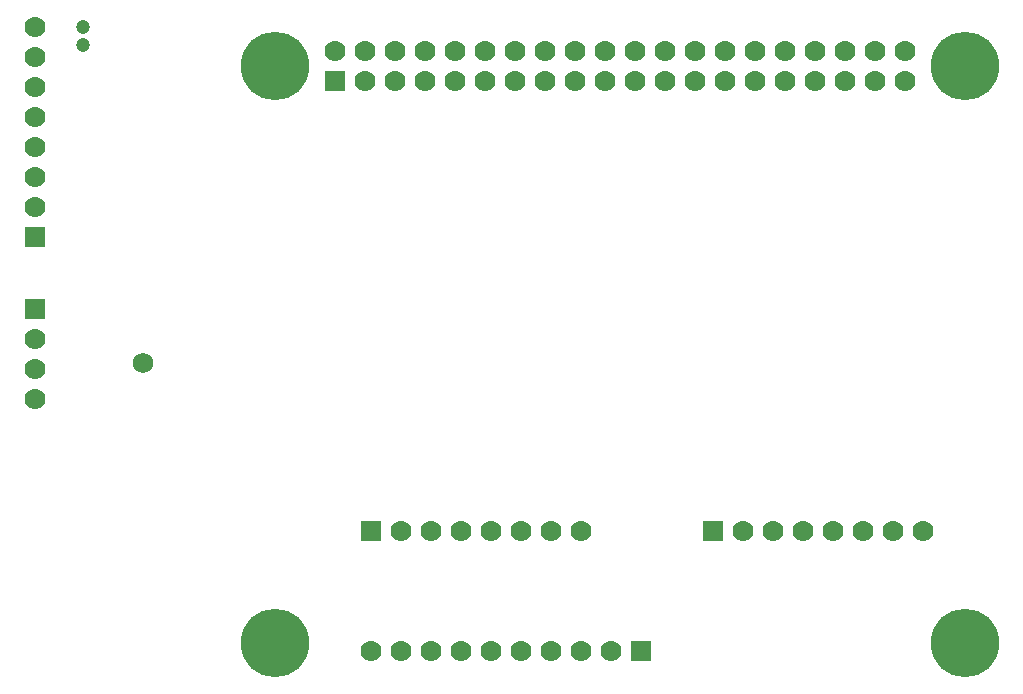
<source format=gbs>
G04 ---------------------------- Layer name :BOTTOM SOLDER LAYER*
G04 EasyEDA v5.8.20, Fri, 09 Nov 2018 02:12:10 GMT*
G04 afbeeaa0033d4c789317b0f66a149b2b*
G04 Gerber Generator version 0.2*
G04 Scale: 100 percent, Rotated: No, Reflected: No *
G04 Dimensions in inches *
G04 leading zeros omitted , absolute positions ,2 integer and 4 decimal *
%FSLAX24Y24*%
%MOIN*%
G90*
G70D02*

%ADD43R,0.070000X0.070000*%
%ADD44C,0.070000*%
%ADD50C,0.047370*%
%ADD55C,0.228000*%
%ADD56C,0.068000*%

%LPD*%
G54D43*
G01X11800Y20000D03*
G54D44*
G01X11800Y21000D03*
G01X12800Y20000D03*
G01X12800Y21000D03*
G01X13800Y20000D03*
G01X13800Y21000D03*
G01X14800Y20000D03*
G01X14800Y21000D03*
G01X15800Y20000D03*
G01X15800Y21000D03*
G01X16800Y20000D03*
G01X16800Y21000D03*
G01X17800Y20000D03*
G01X17800Y21000D03*
G01X18800Y20000D03*
G01X18800Y21000D03*
G01X19800Y20000D03*
G01X19800Y21000D03*
G01X20800Y20000D03*
G01X20800Y21000D03*
G01X21800Y20000D03*
G01X21800Y21000D03*
G01X22800Y20000D03*
G01X22800Y21000D03*
G01X23800Y20000D03*
G01X23800Y21000D03*
G01X24800Y20000D03*
G01X24800Y21000D03*
G01X25800Y20000D03*
G01X25800Y21000D03*
G01X26800Y20000D03*
G01X26800Y21000D03*
G01X27800Y20000D03*
G01X27800Y21000D03*
G01X28800Y20000D03*
G01X28800Y21000D03*
G01X29800Y20000D03*
G01X29800Y21000D03*
G01X30800Y20000D03*
G01X30800Y21000D03*
G54D50*
G01X3400Y21200D03*
G01X3400Y21790D03*
G54D43*
G01X1800Y12400D03*
G54D44*
G01X1800Y11400D03*
G01X1800Y10400D03*
G01X1800Y9400D03*
G54D43*
G01X1800Y14800D03*
G54D44*
G01X1800Y15800D03*
G01X1800Y16800D03*
G01X1800Y17800D03*
G01X1800Y18800D03*
G01X1800Y19800D03*
G01X1800Y20800D03*
G01X1800Y21800D03*
G01X13000Y1000D03*
G01X14000Y1000D03*
G01X15000Y1000D03*
G01X16000Y1000D03*
G01X17000Y1000D03*
G01X18000Y1000D03*
G01X19000Y1000D03*
G01X20000Y1000D03*
G01X21000Y1000D03*
G54D43*
G01X22000Y1000D03*
G01X24400Y5000D03*
G54D44*
G01X25400Y5000D03*
G01X26400Y5000D03*
G01X27400Y5000D03*
G01X28400Y5000D03*
G01X29400Y5000D03*
G01X30400Y5000D03*
G01X31400Y5000D03*
G54D43*
G01X13000Y5000D03*
G54D44*
G01X14000Y5000D03*
G01X15000Y5000D03*
G01X16000Y5000D03*
G01X17000Y5000D03*
G01X18000Y5000D03*
G01X19000Y5000D03*
G01X20000Y5000D03*
G54D55*
G01X9800Y20500D03*
G01X32800Y20500D03*
G01X9800Y1250D03*
G01X32800Y1250D03*
G54D56*
G01X5400Y10600D03*
M00*
M02*

</source>
